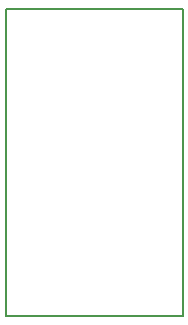
<source format=gbr>
%TF.GenerationSoftware,KiCad,Pcbnew,9.0.0*%
%TF.CreationDate,2025-03-28T11:18:48-04:00*%
%TF.ProjectId,BitaxeGT-Prog,42697461-7865-4475-942d-50726f672e6b,rev?*%
%TF.SameCoordinates,Original*%
%TF.FileFunction,Profile,NP*%
%FSLAX46Y46*%
G04 Gerber Fmt 4.6, Leading zero omitted, Abs format (unit mm)*
G04 Created by KiCad (PCBNEW 9.0.0) date 2025-03-28 11:18:48*
%MOMM*%
%LPD*%
G01*
G04 APERTURE LIST*
%TA.AperFunction,Profile*%
%ADD10C,0.200000*%
%TD*%
G04 APERTURE END LIST*
D10*
X138500000Y-74050000D02*
X153500000Y-74050000D01*
X153500000Y-100050000D01*
X138500000Y-100050000D01*
X138500000Y-74050000D01*
M02*

</source>
